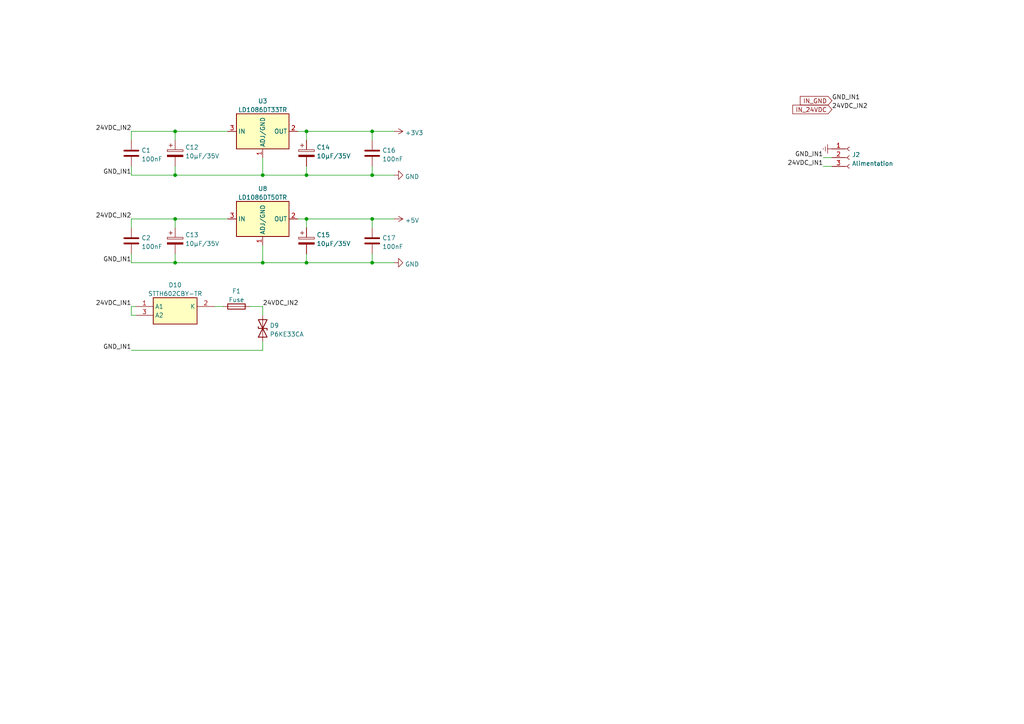
<source format=kicad_sch>
(kicad_sch (version 20230121) (generator eeschema)

  (uuid cdc133d2-9589-469f-a3b6-27a00841ecd3)

  (paper "A4")

  (lib_symbols
    (symbol "Added:STTH602CBY-TR" (in_bom yes) (on_board yes)
      (property "Reference" "D" (at 0 0 0)
        (effects (font (size 1.27 1.27)))
      )
      (property "Value" "STTH602CBY-TR" (at 0 0 0)
        (effects (font (size 1.27 1.27)))
      )
      (property "Footprint" "Added:STTH602CBYTR" (at 0 0 0)
        (effects (font (size 1.27 1.27)) hide)
      )
      (property "Datasheet" "https://www.st.com/resource/en/datasheet/stth602c-y.pdf" (at 0 0 0)
        (effects (font (size 1.27 1.27)) hide)
      )
      (property "Mouser Part Number" "511-STTH602CBY-TR" (at 19.05 -494.92 0)
        (effects (font (size 1.27 1.27)) (justify left top) hide)
      )
      (property "Mouser Price/Stock" "https://www.mouser.co.uk/ProductDetail/STMicroelectronics/STTH602CBY-TR?qs=xYt8xtm2zhmOuwTY4MAcZQ%3D%3D" (at 19.05 -594.92 0)
        (effects (font (size 1.27 1.27)) (justify left top) hide)
      )
      (property "Manufacturer_Name" "STMicroelectronics" (at 19.05 -694.92 0)
        (effects (font (size 1.27 1.27)) (justify left top) hide)
      )
      (property "Manufacturer_Part_Number" "STTH602CBY-TR" (at 19.05 -794.92 0)
        (effects (font (size 1.27 1.27)) (justify left top) hide)
      )
      (property "ki_description" "Automotive 200 V, 6 A dual Ultrafast Diode" (at 0 0 0)
        (effects (font (size 1.27 1.27)) hide)
      )
      (symbol "STTH602CBY-TR_1_1"
        (rectangle (start 5.08 2.54) (end 17.78 -5.08)
          (stroke (width 0.254) (type default))
          (fill (type background))
        )
        (pin passive line (at 0 0 0) (length 5.08)
          (name "A1" (effects (font (size 1.27 1.27))))
          (number "1" (effects (font (size 1.27 1.27))))
        )
        (pin passive line (at 22.86 0 180) (length 5.08)
          (name "K" (effects (font (size 1.27 1.27))))
          (number "2" (effects (font (size 1.27 1.27))))
        )
        (pin passive line (at 0 -2.54 0) (length 5.08)
          (name "A2" (effects (font (size 1.27 1.27))))
          (number "3" (effects (font (size 1.27 1.27))))
        )
      )
    )
    (symbol "Connector:Conn_01x03_Female" (pin_names (offset 1.016) hide) (in_bom yes) (on_board yes)
      (property "Reference" "J" (at 0 5.08 0)
        (effects (font (size 1.27 1.27)))
      )
      (property "Value" "Conn_01x03_Female" (at 0 -5.08 0)
        (effects (font (size 1.27 1.27)))
      )
      (property "Footprint" "" (at 0 0 0)
        (effects (font (size 1.27 1.27)) hide)
      )
      (property "Datasheet" "~" (at 0 0 0)
        (effects (font (size 1.27 1.27)) hide)
      )
      (property "ki_keywords" "connector" (at 0 0 0)
        (effects (font (size 1.27 1.27)) hide)
      )
      (property "ki_description" "Generic connector, single row, 01x03, script generated (kicad-library-utils/schlib/autogen/connector/)" (at 0 0 0)
        (effects (font (size 1.27 1.27)) hide)
      )
      (property "ki_fp_filters" "Connector*:*_1x??_*" (at 0 0 0)
        (effects (font (size 1.27 1.27)) hide)
      )
      (symbol "Conn_01x03_Female_1_1"
        (arc (start 0 -2.032) (mid -0.5058 -2.54) (end 0 -3.048)
          (stroke (width 0.1524) (type default))
          (fill (type none))
        )
        (polyline
          (pts
            (xy -1.27 -2.54)
            (xy -0.508 -2.54)
          )
          (stroke (width 0.1524) (type default))
          (fill (type none))
        )
        (polyline
          (pts
            (xy -1.27 0)
            (xy -0.508 0)
          )
          (stroke (width 0.1524) (type default))
          (fill (type none))
        )
        (polyline
          (pts
            (xy -1.27 2.54)
            (xy -0.508 2.54)
          )
          (stroke (width 0.1524) (type default))
          (fill (type none))
        )
        (arc (start 0 0.508) (mid -0.5058 0) (end 0 -0.508)
          (stroke (width 0.1524) (type default))
          (fill (type none))
        )
        (arc (start 0 3.048) (mid -0.5058 2.54) (end 0 2.032)
          (stroke (width 0.1524) (type default))
          (fill (type none))
        )
        (pin passive line (at -5.08 2.54 0) (length 3.81)
          (name "Pin_1" (effects (font (size 1.27 1.27))))
          (number "1" (effects (font (size 1.27 1.27))))
        )
        (pin passive line (at -5.08 0 0) (length 3.81)
          (name "Pin_2" (effects (font (size 1.27 1.27))))
          (number "2" (effects (font (size 1.27 1.27))))
        )
        (pin passive line (at -5.08 -2.54 0) (length 3.81)
          (name "Pin_3" (effects (font (size 1.27 1.27))))
          (number "3" (effects (font (size 1.27 1.27))))
        )
      )
    )
    (symbol "Device:C" (pin_numbers hide) (pin_names (offset 0.254)) (in_bom yes) (on_board yes)
      (property "Reference" "C" (at 0.635 2.54 0)
        (effects (font (size 1.27 1.27)) (justify left))
      )
      (property "Value" "C" (at 0.635 -2.54 0)
        (effects (font (size 1.27 1.27)) (justify left))
      )
      (property "Footprint" "" (at 0.9652 -3.81 0)
        (effects (font (size 1.27 1.27)) hide)
      )
      (property "Datasheet" "~" (at 0 0 0)
        (effects (font (size 1.27 1.27)) hide)
      )
      (property "ki_keywords" "cap capacitor" (at 0 0 0)
        (effects (font (size 1.27 1.27)) hide)
      )
      (property "ki_description" "Unpolarized capacitor" (at 0 0 0)
        (effects (font (size 1.27 1.27)) hide)
      )
      (property "ki_fp_filters" "C_*" (at 0 0 0)
        (effects (font (size 1.27 1.27)) hide)
      )
      (symbol "C_0_1"
        (polyline
          (pts
            (xy -2.032 -0.762)
            (xy 2.032 -0.762)
          )
          (stroke (width 0.508) (type default))
          (fill (type none))
        )
        (polyline
          (pts
            (xy -2.032 0.762)
            (xy 2.032 0.762)
          )
          (stroke (width 0.508) (type default))
          (fill (type none))
        )
      )
      (symbol "C_1_1"
        (pin passive line (at 0 3.81 270) (length 2.794)
          (name "~" (effects (font (size 1.27 1.27))))
          (number "1" (effects (font (size 1.27 1.27))))
        )
        (pin passive line (at 0 -3.81 90) (length 2.794)
          (name "~" (effects (font (size 1.27 1.27))))
          (number "2" (effects (font (size 1.27 1.27))))
        )
      )
    )
    (symbol "Device:C_Polarized" (pin_numbers hide) (pin_names (offset 0.254)) (in_bom yes) (on_board yes)
      (property "Reference" "C" (at 0.635 2.54 0)
        (effects (font (size 1.27 1.27)) (justify left))
      )
      (property "Value" "C_Polarized" (at 0.635 -2.54 0)
        (effects (font (size 1.27 1.27)) (justify left))
      )
      (property "Footprint" "" (at 0.9652 -3.81 0)
        (effects (font (size 1.27 1.27)) hide)
      )
      (property "Datasheet" "~" (at 0 0 0)
        (effects (font (size 1.27 1.27)) hide)
      )
      (property "ki_keywords" "cap capacitor" (at 0 0 0)
        (effects (font (size 1.27 1.27)) hide)
      )
      (property "ki_description" "Polarized capacitor" (at 0 0 0)
        (effects (font (size 1.27 1.27)) hide)
      )
      (property "ki_fp_filters" "CP_*" (at 0 0 0)
        (effects (font (size 1.27 1.27)) hide)
      )
      (symbol "C_Polarized_0_1"
        (rectangle (start -2.286 0.508) (end 2.286 1.016)
          (stroke (width 0) (type default))
          (fill (type none))
        )
        (polyline
          (pts
            (xy -1.778 2.286)
            (xy -0.762 2.286)
          )
          (stroke (width 0) (type default))
          (fill (type none))
        )
        (polyline
          (pts
            (xy -1.27 2.794)
            (xy -1.27 1.778)
          )
          (stroke (width 0) (type default))
          (fill (type none))
        )
        (rectangle (start 2.286 -0.508) (end -2.286 -1.016)
          (stroke (width 0) (type default))
          (fill (type outline))
        )
      )
      (symbol "C_Polarized_1_1"
        (pin passive line (at 0 3.81 270) (length 2.794)
          (name "~" (effects (font (size 1.27 1.27))))
          (number "1" (effects (font (size 1.27 1.27))))
        )
        (pin passive line (at 0 -3.81 90) (length 2.794)
          (name "~" (effects (font (size 1.27 1.27))))
          (number "2" (effects (font (size 1.27 1.27))))
        )
      )
    )
    (symbol "Device:D_TVS" (pin_numbers hide) (pin_names (offset 1.016) hide) (in_bom yes) (on_board yes)
      (property "Reference" "D" (at 0 2.54 0)
        (effects (font (size 1.27 1.27)))
      )
      (property "Value" "D_TVS" (at 0 -2.54 0)
        (effects (font (size 1.27 1.27)))
      )
      (property "Footprint" "" (at 0 0 0)
        (effects (font (size 1.27 1.27)) hide)
      )
      (property "Datasheet" "~" (at 0 0 0)
        (effects (font (size 1.27 1.27)) hide)
      )
      (property "ki_keywords" "diode TVS thyrector" (at 0 0 0)
        (effects (font (size 1.27 1.27)) hide)
      )
      (property "ki_description" "Bidirectional transient-voltage-suppression diode" (at 0 0 0)
        (effects (font (size 1.27 1.27)) hide)
      )
      (property "ki_fp_filters" "TO-???* *_Diode_* *SingleDiode* D_*" (at 0 0 0)
        (effects (font (size 1.27 1.27)) hide)
      )
      (symbol "D_TVS_0_1"
        (polyline
          (pts
            (xy 1.27 0)
            (xy -1.27 0)
          )
          (stroke (width 0) (type default))
          (fill (type none))
        )
        (polyline
          (pts
            (xy 0.508 1.27)
            (xy 0 1.27)
            (xy 0 -1.27)
            (xy -0.508 -1.27)
          )
          (stroke (width 0.254) (type default))
          (fill (type none))
        )
        (polyline
          (pts
            (xy -2.54 1.27)
            (xy -2.54 -1.27)
            (xy 2.54 1.27)
            (xy 2.54 -1.27)
            (xy -2.54 1.27)
          )
          (stroke (width 0.254) (type default))
          (fill (type none))
        )
      )
      (symbol "D_TVS_1_1"
        (pin passive line (at -3.81 0 0) (length 2.54)
          (name "A1" (effects (font (size 1.27 1.27))))
          (number "1" (effects (font (size 1.27 1.27))))
        )
        (pin passive line (at 3.81 0 180) (length 2.54)
          (name "A2" (effects (font (size 1.27 1.27))))
          (number "2" (effects (font (size 1.27 1.27))))
        )
      )
    )
    (symbol "Device:Fuse" (pin_numbers hide) (pin_names (offset 0)) (in_bom yes) (on_board yes)
      (property "Reference" "F" (at 2.032 0 90)
        (effects (font (size 1.27 1.27)))
      )
      (property "Value" "Fuse" (at -1.905 0 90)
        (effects (font (size 1.27 1.27)))
      )
      (property "Footprint" "" (at -1.778 0 90)
        (effects (font (size 1.27 1.27)) hide)
      )
      (property "Datasheet" "~" (at 0 0 0)
        (effects (font (size 1.27 1.27)) hide)
      )
      (property "ki_keywords" "fuse" (at 0 0 0)
        (effects (font (size 1.27 1.27)) hide)
      )
      (property "ki_description" "Fuse" (at 0 0 0)
        (effects (font (size 1.27 1.27)) hide)
      )
      (property "ki_fp_filters" "*Fuse*" (at 0 0 0)
        (effects (font (size 1.27 1.27)) hide)
      )
      (symbol "Fuse_0_1"
        (rectangle (start -0.762 -2.54) (end 0.762 2.54)
          (stroke (width 0.254) (type default))
          (fill (type none))
        )
        (polyline
          (pts
            (xy 0 2.54)
            (xy 0 -2.54)
          )
          (stroke (width 0) (type default))
          (fill (type none))
        )
      )
      (symbol "Fuse_1_1"
        (pin passive line (at 0 3.81 270) (length 1.27)
          (name "~" (effects (font (size 1.27 1.27))))
          (number "1" (effects (font (size 1.27 1.27))))
        )
        (pin passive line (at 0 -3.81 90) (length 1.27)
          (name "~" (effects (font (size 1.27 1.27))))
          (number "2" (effects (font (size 1.27 1.27))))
        )
      )
    )
    (symbol "Regulator_Linear:LD1086DT33TR" (in_bom yes) (on_board yes)
      (property "Reference" "U" (at 0 10.16 0)
        (effects (font (size 1.27 1.27)))
      )
      (property "Value" "LD1086DT33TR" (at 0 7.62 0)
        (effects (font (size 1.27 1.27)))
      )
      (property "Footprint" "Package_TO_SOT_SMD:TO-252-2" (at 0 12.7 0)
        (effects (font (size 1.27 1.27)) hide)
      )
      (property "Datasheet" "https://www.st.com/resource/en/datasheet/ld1086.pdf" (at 0 12.7 0)
        (effects (font (size 1.27 1.27)) hide)
      )
      (property "ki_keywords" "Linear Regulator 1.5A Fixed Output" (at 0 0 0)
        (effects (font (size 1.27 1.27)) hide)
      )
      (property "ki_description" "Positive, 1.5A 30V, Linear Regulator, Fixed Output 3.3V, TO-252" (at 0 0 0)
        (effects (font (size 1.27 1.27)) hide)
      )
      (property "ki_fp_filters" "TO?252?2*" (at 0 0 0)
        (effects (font (size 1.27 1.27)) hide)
      )
      (symbol "LD1086DT33TR_1_1"
        (rectangle (start -7.62 -5.08) (end 7.62 5.08)
          (stroke (width 0.254) (type default))
          (fill (type background))
        )
        (pin input line (at 0 -7.62 90) (length 2.54)
          (name "ADJ/GND" (effects (font (size 1.27 1.27))))
          (number "1" (effects (font (size 1.27 1.27))))
        )
        (pin power_out line (at 10.16 0 180) (length 2.54)
          (name "OUT" (effects (font (size 1.27 1.27))))
          (number "2" (effects (font (size 1.27 1.27))))
        )
        (pin power_in line (at -10.16 0 0) (length 2.54)
          (name "IN" (effects (font (size 1.27 1.27))))
          (number "3" (effects (font (size 1.27 1.27))))
        )
      )
    )
    (symbol "Regulator_Linear:LD1086DT50TR" (in_bom yes) (on_board yes)
      (property "Reference" "U" (at 0 10.16 0)
        (effects (font (size 1.27 1.27)))
      )
      (property "Value" "LD1086DT50TR" (at 0 7.62 0)
        (effects (font (size 1.27 1.27)))
      )
      (property "Footprint" "Package_TO_SOT_SMD:TO-252-2" (at 0 12.7 0)
        (effects (font (size 1.27 1.27)) hide)
      )
      (property "Datasheet" "https://www.st.com/resource/en/datasheet/ld1086.pdf" (at 0 12.7 0)
        (effects (font (size 1.27 1.27)) hide)
      )
      (property "ki_keywords" "Linear Regulator 1.5A Fixed Output" (at 0 0 0)
        (effects (font (size 1.27 1.27)) hide)
      )
      (property "ki_description" "Positive, 1.5A 30V, Linear Regulator, Fixed Output 5V, TO-252" (at 0 0 0)
        (effects (font (size 1.27 1.27)) hide)
      )
      (property "ki_fp_filters" "TO?252?2*" (at 0 0 0)
        (effects (font (size 1.27 1.27)) hide)
      )
      (symbol "LD1086DT50TR_1_1"
        (rectangle (start -7.62 -5.08) (end 7.62 5.08)
          (stroke (width 0.254) (type default))
          (fill (type background))
        )
        (pin input line (at 0 -7.62 90) (length 2.54)
          (name "ADJ/GND" (effects (font (size 1.27 1.27))))
          (number "1" (effects (font (size 1.27 1.27))))
        )
        (pin power_out line (at 10.16 0 180) (length 2.54)
          (name "OUT" (effects (font (size 1.27 1.27))))
          (number "2" (effects (font (size 1.27 1.27))))
        )
        (pin power_in line (at -10.16 0 0) (length 2.54)
          (name "IN" (effects (font (size 1.27 1.27))))
          (number "3" (effects (font (size 1.27 1.27))))
        )
      )
    )
    (symbol "power:+3.3V" (power) (pin_names (offset 0)) (in_bom yes) (on_board yes)
      (property "Reference" "#PWR" (at 0 -3.81 0)
        (effects (font (size 1.27 1.27)) hide)
      )
      (property "Value" "+3.3V" (at 0 3.556 0)
        (effects (font (size 1.27 1.27)))
      )
      (property "Footprint" "" (at 0 0 0)
        (effects (font (size 1.27 1.27)) hide)
      )
      (property "Datasheet" "" (at 0 0 0)
        (effects (font (size 1.27 1.27)) hide)
      )
      (property "ki_keywords" "power-flag" (at 0 0 0)
        (effects (font (size 1.27 1.27)) hide)
      )
      (property "ki_description" "Power symbol creates a global label with name \"+3.3V\"" (at 0 0 0)
        (effects (font (size 1.27 1.27)) hide)
      )
      (symbol "+3.3V_0_1"
        (polyline
          (pts
            (xy -0.762 1.27)
            (xy 0 2.54)
          )
          (stroke (width 0) (type default))
          (fill (type none))
        )
        (polyline
          (pts
            (xy 0 0)
            (xy 0 2.54)
          )
          (stroke (width 0) (type default))
          (fill (type none))
        )
        (polyline
          (pts
            (xy 0 2.54)
            (xy 0.762 1.27)
          )
          (stroke (width 0) (type default))
          (fill (type none))
        )
      )
      (symbol "+3.3V_1_1"
        (pin power_in line (at 0 0 90) (length 0) hide
          (name "+3V3" (effects (font (size 1.27 1.27))))
          (number "1" (effects (font (size 1.27 1.27))))
        )
      )
    )
    (symbol "power:+5V" (power) (pin_names (offset 0)) (in_bom yes) (on_board yes)
      (property "Reference" "#PWR" (at 0 -3.81 0)
        (effects (font (size 1.27 1.27)) hide)
      )
      (property "Value" "+5V" (at 0 3.556 0)
        (effects (font (size 1.27 1.27)))
      )
      (property "Footprint" "" (at 0 0 0)
        (effects (font (size 1.27 1.27)) hide)
      )
      (property "Datasheet" "" (at 0 0 0)
        (effects (font (size 1.27 1.27)) hide)
      )
      (property "ki_keywords" "power-flag" (at 0 0 0)
        (effects (font (size 1.27 1.27)) hide)
      )
      (property "ki_description" "Power symbol creates a global label with name \"+5V\"" (at 0 0 0)
        (effects (font (size 1.27 1.27)) hide)
      )
      (symbol "+5V_0_1"
        (polyline
          (pts
            (xy -0.762 1.27)
            (xy 0 2.54)
          )
          (stroke (width 0) (type default))
          (fill (type none))
        )
        (polyline
          (pts
            (xy 0 0)
            (xy 0 2.54)
          )
          (stroke (width 0) (type default))
          (fill (type none))
        )
        (polyline
          (pts
            (xy 0 2.54)
            (xy 0.762 1.27)
          )
          (stroke (width 0) (type default))
          (fill (type none))
        )
      )
      (symbol "+5V_1_1"
        (pin power_in line (at 0 0 90) (length 0) hide
          (name "+5V" (effects (font (size 1.27 1.27))))
          (number "1" (effects (font (size 1.27 1.27))))
        )
      )
    )
    (symbol "power:Earth" (power) (pin_names (offset 0)) (in_bom yes) (on_board yes)
      (property "Reference" "#PWR" (at 0 -6.35 0)
        (effects (font (size 1.27 1.27)) hide)
      )
      (property "Value" "Earth" (at 0 -3.81 0)
        (effects (font (size 1.27 1.27)) hide)
      )
      (property "Footprint" "" (at 0 0 0)
        (effects (font (size 1.27 1.27)) hide)
      )
      (property "Datasheet" "~" (at 0 0 0)
        (effects (font (size 1.27 1.27)) hide)
      )
      (property "ki_keywords" "power-flag ground gnd" (at 0 0 0)
        (effects (font (size 1.27 1.27)) hide)
      )
      (property "ki_description" "Power symbol creates a global label with name \"Earth\"" (at 0 0 0)
        (effects (font (size 1.27 1.27)) hide)
      )
      (symbol "Earth_0_1"
        (polyline
          (pts
            (xy -0.635 -1.905)
            (xy 0.635 -1.905)
          )
          (stroke (width 0) (type default))
          (fill (type none))
        )
        (polyline
          (pts
            (xy -0.127 -2.54)
            (xy 0.127 -2.54)
          )
          (stroke (width 0) (type default))
          (fill (type none))
        )
        (polyline
          (pts
            (xy 0 -1.27)
            (xy 0 0)
          )
          (stroke (width 0) (type default))
          (fill (type none))
        )
        (polyline
          (pts
            (xy 1.27 -1.27)
            (xy -1.27 -1.27)
          )
          (stroke (width 0) (type default))
          (fill (type none))
        )
      )
      (symbol "Earth_1_1"
        (pin power_in line (at 0 0 270) (length 0) hide
          (name "Earth" (effects (font (size 1.27 1.27))))
          (number "1" (effects (font (size 1.27 1.27))))
        )
      )
    )
    (symbol "power:GND" (power) (pin_names (offset 0)) (in_bom yes) (on_board yes)
      (property "Reference" "#PWR" (at 0 -6.35 0)
        (effects (font (size 1.27 1.27)) hide)
      )
      (property "Value" "GND" (at 0 -3.81 0)
        (effects (font (size 1.27 1.27)))
      )
      (property "Footprint" "" (at 0 0 0)
        (effects (font (size 1.27 1.27)) hide)
      )
      (property "Datasheet" "" (at 0 0 0)
        (effects (font (size 1.27 1.27)) hide)
      )
      (property "ki_keywords" "power-flag" (at 0 0 0)
        (effects (font (size 1.27 1.27)) hide)
      )
      (property "ki_description" "Power symbol creates a global label with name \"GND\" , ground" (at 0 0 0)
        (effects (font (size 1.27 1.27)) hide)
      )
      (symbol "GND_0_1"
        (polyline
          (pts
            (xy 0 0)
            (xy 0 -1.27)
            (xy 1.27 -1.27)
            (xy 0 -2.54)
            (xy -1.27 -1.27)
            (xy 0 -1.27)
          )
          (stroke (width 0) (type default))
          (fill (type none))
        )
      )
      (symbol "GND_1_1"
        (pin power_in line (at 0 0 270) (length 0) hide
          (name "GND" (effects (font (size 1.27 1.27))))
          (number "1" (effects (font (size 1.27 1.27))))
        )
      )
    )
  )

  (junction (at 107.95 63.5) (diameter 0) (color 0 0 0 0)
    (uuid 1d5f978a-d2b0-4491-acd3-4b882d4a44ba)
  )
  (junction (at 50.8 76.2) (diameter 0) (color 0 0 0 0)
    (uuid 3a884f31-a60f-4b31-ab8d-b66ca7b27c8e)
  )
  (junction (at 107.95 76.2) (diameter 0) (color 0 0 0 0)
    (uuid 41fecbeb-5bf8-46b7-bd08-f3c6784cca37)
  )
  (junction (at 50.8 38.1) (diameter 0) (color 0 0 0 0)
    (uuid 59a7e1f9-b5ec-476b-b17c-8648fa3af29f)
  )
  (junction (at 76.2 76.2) (diameter 0) (color 0 0 0 0)
    (uuid 655a868a-655f-48fb-a9da-29ae13315775)
  )
  (junction (at 88.9 38.1) (diameter 0) (color 0 0 0 0)
    (uuid 72955ada-2335-40ca-b44b-ccf05eb06cb1)
  )
  (junction (at 88.9 63.5) (diameter 0) (color 0 0 0 0)
    (uuid 8c67b992-073d-4129-9772-da5506629116)
  )
  (junction (at 88.9 50.8) (diameter 0) (color 0 0 0 0)
    (uuid 981cd30f-033f-4e45-b052-2c058289b187)
  )
  (junction (at 76.2 50.8) (diameter 0) (color 0 0 0 0)
    (uuid a50d255b-7baf-4893-a91b-e58c8d7b484c)
  )
  (junction (at 50.8 50.8) (diameter 0) (color 0 0 0 0)
    (uuid b101a324-fb4e-4439-b319-4518a35fb2e3)
  )
  (junction (at 107.95 50.8) (diameter 0) (color 0 0 0 0)
    (uuid b54ec0d8-e8c9-41bd-b861-2d7f6c719a5a)
  )
  (junction (at 88.9 76.2) (diameter 0) (color 0 0 0 0)
    (uuid beab765e-92ec-4dee-b204-71cde2e2a695)
  )
  (junction (at 107.95 38.1) (diameter 0) (color 0 0 0 0)
    (uuid ca45fc8d-eba6-451c-b0ed-dbfa717fc5ad)
  )
  (junction (at 50.8 63.5) (diameter 0) (color 0 0 0 0)
    (uuid d1fdb45a-1779-43cb-9132-0aacc24580f7)
  )

  (wire (pts (xy 50.8 73.66) (xy 50.8 76.2))
    (stroke (width 0) (type default))
    (uuid 009d33e3-5e4b-491b-90a2-45f4420bbcad)
  )
  (wire (pts (xy 107.95 63.5) (xy 107.95 66.04))
    (stroke (width 0) (type default))
    (uuid 048feccf-0978-466b-996c-b1728c66b31f)
  )
  (wire (pts (xy 238.76 45.72) (xy 241.3 45.72))
    (stroke (width 0) (type default))
    (uuid 05b62e1c-dba9-45c5-92c1-bf5a9ffc48e6)
  )
  (wire (pts (xy 107.95 50.8) (xy 114.3 50.8))
    (stroke (width 0) (type default))
    (uuid 0d427613-c069-4747-a8cd-f10c2cf98a6b)
  )
  (wire (pts (xy 50.8 50.8) (xy 76.2 50.8))
    (stroke (width 0) (type default))
    (uuid 0e295857-d7f1-4dd2-b373-fe10849f3334)
  )
  (wire (pts (xy 88.9 38.1) (xy 88.9 40.64))
    (stroke (width 0) (type default))
    (uuid 14363373-0c93-4fed-9c8b-e516d8c7eed3)
  )
  (wire (pts (xy 38.1 73.66) (xy 38.1 76.2))
    (stroke (width 0) (type default))
    (uuid 19a25ade-2b7b-42c7-9979-c6938eb46fef)
  )
  (wire (pts (xy 38.1 38.1) (xy 50.8 38.1))
    (stroke (width 0) (type default))
    (uuid 1cd1cabb-09dd-4382-b445-c7bf664ba190)
  )
  (wire (pts (xy 38.1 88.9) (xy 39.37 88.9))
    (stroke (width 0) (type default))
    (uuid 1f0d38f9-8b2a-4658-aaa4-be907b642a4d)
  )
  (wire (pts (xy 88.9 63.5) (xy 107.95 63.5))
    (stroke (width 0) (type default))
    (uuid 3079f9c1-f105-4bc7-9bf2-ebc17735f0ee)
  )
  (wire (pts (xy 86.36 38.1) (xy 88.9 38.1))
    (stroke (width 0) (type default))
    (uuid 31e3a2c1-7a46-4577-8f1a-541dbea1d2a4)
  )
  (wire (pts (xy 107.95 38.1) (xy 114.3 38.1))
    (stroke (width 0) (type default))
    (uuid 3420c7e9-98d8-40d7-9c17-74607aa40143)
  )
  (wire (pts (xy 88.9 76.2) (xy 88.9 73.66))
    (stroke (width 0) (type default))
    (uuid 35e17bdb-4656-42b0-9d7e-e02cef541ad2)
  )
  (wire (pts (xy 88.9 50.8) (xy 107.95 50.8))
    (stroke (width 0) (type default))
    (uuid 364677b0-ad61-4f3a-8573-bf3b983db034)
  )
  (wire (pts (xy 38.1 91.44) (xy 38.1 88.9))
    (stroke (width 0) (type default))
    (uuid 3731babd-548e-4285-99d0-7d3be1e416f5)
  )
  (wire (pts (xy 88.9 63.5) (xy 88.9 66.04))
    (stroke (width 0) (type default))
    (uuid 3aac718a-8191-430a-810b-f27328b91b0f)
  )
  (wire (pts (xy 50.8 38.1) (xy 50.8 40.64))
    (stroke (width 0) (type default))
    (uuid 3ae94d5b-dfc4-44ec-97e7-bab5f3e88149)
  )
  (wire (pts (xy 38.1 48.26) (xy 38.1 50.8))
    (stroke (width 0) (type default))
    (uuid 3d92646b-e1e8-4161-af50-d82296568900)
  )
  (wire (pts (xy 50.8 48.26) (xy 50.8 50.8))
    (stroke (width 0) (type default))
    (uuid 3f2944e1-3813-4a9a-ae4c-b933b15519b6)
  )
  (wire (pts (xy 76.2 76.2) (xy 88.9 76.2))
    (stroke (width 0) (type default))
    (uuid 40e2fd8d-5831-4c45-a12f-79c790a20901)
  )
  (wire (pts (xy 76.2 50.8) (xy 76.2 45.72))
    (stroke (width 0) (type default))
    (uuid 4200e961-83a9-4411-ad2c-4f39ac07dc1a)
  )
  (wire (pts (xy 50.8 38.1) (xy 66.04 38.1))
    (stroke (width 0) (type default))
    (uuid 5241787f-c5a9-46e4-93bc-f96550ec94a4)
  )
  (wire (pts (xy 38.1 63.5) (xy 50.8 63.5))
    (stroke (width 0) (type default))
    (uuid 55181e64-80b9-4dee-a15b-3282e1e1622c)
  )
  (wire (pts (xy 107.95 76.2) (xy 114.3 76.2))
    (stroke (width 0) (type default))
    (uuid 5e216953-b001-4f62-8b63-6922abd614f9)
  )
  (wire (pts (xy 107.95 38.1) (xy 107.95 40.64))
    (stroke (width 0) (type default))
    (uuid 616e1c4c-da84-428d-afd7-6e5ef2f9910b)
  )
  (wire (pts (xy 38.1 38.1) (xy 38.1 40.64))
    (stroke (width 0) (type default))
    (uuid 6de50bd8-c704-4798-8126-3fb6965079af)
  )
  (wire (pts (xy 86.36 63.5) (xy 88.9 63.5))
    (stroke (width 0) (type default))
    (uuid 7148551f-216e-4466-8e27-d403aab4ebd4)
  )
  (wire (pts (xy 38.1 50.8) (xy 50.8 50.8))
    (stroke (width 0) (type default))
    (uuid 822bacb7-232d-46b4-862f-b2dd917caf60)
  )
  (wire (pts (xy 50.8 63.5) (xy 66.04 63.5))
    (stroke (width 0) (type default))
    (uuid 83e5de1c-9bd7-45c1-9156-ed217c9596a7)
  )
  (wire (pts (xy 39.37 91.44) (xy 38.1 91.44))
    (stroke (width 0) (type default))
    (uuid 88089dcb-bf1d-40da-bac4-859a701e68b1)
  )
  (wire (pts (xy 76.2 91.44) (xy 76.2 88.9))
    (stroke (width 0) (type default))
    (uuid 8cd2d1d9-4956-43e8-a2b2-51a778022db3)
  )
  (wire (pts (xy 88.9 76.2) (xy 107.95 76.2))
    (stroke (width 0) (type default))
    (uuid 8fc9f1e0-1362-4014-81df-d8722b717aab)
  )
  (wire (pts (xy 107.95 73.66) (xy 107.95 76.2))
    (stroke (width 0) (type default))
    (uuid 928a3459-0fd7-444c-bffc-e4771533b67e)
  )
  (wire (pts (xy 38.1 76.2) (xy 50.8 76.2))
    (stroke (width 0) (type default))
    (uuid 968b7558-63fa-4a69-b8a5-ae6060c1ee88)
  )
  (wire (pts (xy 62.23 88.9) (xy 64.77 88.9))
    (stroke (width 0) (type default))
    (uuid a53db133-6d2a-4142-a973-aff5612dc50f)
  )
  (wire (pts (xy 38.1 101.6) (xy 76.2 101.6))
    (stroke (width 0) (type default))
    (uuid a71ea987-6a8b-450d-aabb-c7b1b531af4d)
  )
  (wire (pts (xy 50.8 63.5) (xy 50.8 66.04))
    (stroke (width 0) (type default))
    (uuid b2ab6860-2d6b-4b9b-9a27-fdd6cf907bec)
  )
  (wire (pts (xy 238.76 48.26) (xy 241.3 48.26))
    (stroke (width 0) (type default))
    (uuid b6afe14d-4744-463c-82d4-5491d63b2bc0)
  )
  (wire (pts (xy 76.2 76.2) (xy 76.2 71.12))
    (stroke (width 0) (type default))
    (uuid c0609d6d-7959-4da1-9bbd-dccb8509dcd8)
  )
  (wire (pts (xy 72.39 88.9) (xy 76.2 88.9))
    (stroke (width 0) (type default))
    (uuid c0a34ce9-f029-47e9-8550-8459a64e864f)
  )
  (wire (pts (xy 88.9 50.8) (xy 88.9 48.26))
    (stroke (width 0) (type default))
    (uuid c5cac56a-6a95-47ca-8066-21be667cbc0e)
  )
  (wire (pts (xy 76.2 99.06) (xy 76.2 101.6))
    (stroke (width 0) (type default))
    (uuid c9cdcd44-1be8-4b60-a529-75c7b5369ca1)
  )
  (wire (pts (xy 76.2 50.8) (xy 88.9 50.8))
    (stroke (width 0) (type default))
    (uuid cf6c14fe-f1fb-4372-a879-e351c2d154f2)
  )
  (wire (pts (xy 107.95 63.5) (xy 114.3 63.5))
    (stroke (width 0) (type default))
    (uuid d37b5cda-ae8e-47ab-8fdb-f3c3aa739a85)
  )
  (wire (pts (xy 50.8 76.2) (xy 76.2 76.2))
    (stroke (width 0) (type default))
    (uuid e98e8916-5bd6-4545-8489-6932e81aedeb)
  )
  (wire (pts (xy 38.1 63.5) (xy 38.1 66.04))
    (stroke (width 0) (type default))
    (uuid f4f4011e-9128-46df-a7ad-3c603b94902e)
  )
  (wire (pts (xy 88.9 38.1) (xy 107.95 38.1))
    (stroke (width 0) (type default))
    (uuid f75b2ae6-f5b6-4ac1-981d-2517a5fe93c1)
  )
  (wire (pts (xy 107.95 48.26) (xy 107.95 50.8))
    (stroke (width 0) (type default))
    (uuid fa5f978a-1cec-49d2-8c9d-91edc959b0c0)
  )

  (label "24VDC_IN2" (at 38.1 38.1 180) (fields_autoplaced)
    (effects (font (size 1.27 1.27)) (justify right bottom))
    (uuid 0bcd1a57-36bf-4d7c-895d-2858f802762d)
  )
  (label "24VDC_IN2" (at 38.1 63.5 180) (fields_autoplaced)
    (effects (font (size 1.27 1.27)) (justify right bottom))
    (uuid 18d9103a-9209-4365-b581-da524a0bf085)
  )
  (label "GND_IN1" (at 38.1 101.6 180) (fields_autoplaced)
    (effects (font (size 1.27 1.27)) (justify right bottom))
    (uuid 6b361a1f-6cce-4d4b-8ec7-6dc0f33f21f7)
  )
  (label "24VDC_IN1" (at 38.1 88.9 180) (fields_autoplaced)
    (effects (font (size 1.27 1.27)) (justify right bottom))
    (uuid 867a2b59-5991-4e48-98a4-775e3b5e5eb2)
  )
  (label "24VDC_IN2" (at 76.2 88.9 0) (fields_autoplaced)
    (effects (font (size 1.27 1.27)) (justify left bottom))
    (uuid 86e29b82-ecf8-4a04-b4a9-18de04420349)
  )
  (label "24VDC_IN1" (at 238.76 48.26 180) (fields_autoplaced)
    (effects (font (size 1.27 1.27)) (justify right bottom))
    (uuid 8b14e298-0b27-4a01-9981-1b743c000ef8)
  )
  (label "24VDC_IN2" (at 241.3 31.75 0) (fields_autoplaced)
    (effects (font (size 1.27 1.27)) (justify left bottom))
    (uuid 992b96c7-837f-4d1a-a342-ee7d86f048ee)
  )
  (label "GND_IN1" (at 38.1 50.8 180) (fields_autoplaced)
    (effects (font (size 1.27 1.27)) (justify right bottom))
    (uuid bd0a9c38-d755-4f69-b3b3-541bc34c7ee5)
  )
  (label "GND_IN1" (at 238.76 45.72 180) (fields_autoplaced)
    (effects (font (size 1.27 1.27)) (justify right bottom))
    (uuid f1e2fc7e-a97a-4d0d-847c-8f0cf4ec8c9d)
  )
  (label "GND_IN1" (at 241.3 29.21 0) (fields_autoplaced)
    (effects (font (size 1.27 1.27)) (justify left bottom))
    (uuid f7634f4f-21d3-4368-8661-a21ef62f2357)
  )
  (label "GND_IN1" (at 38.1 76.2 180) (fields_autoplaced)
    (effects (font (size 1.27 1.27)) (justify right bottom))
    (uuid fc4a0f2a-119a-4ac0-947b-5c5b1742cb31)
  )

  (global_label "IN_24VDC" (shape input) (at 241.3 31.75 180) (fields_autoplaced)
    (effects (font (size 1.27 1.27)) (justify right))
    (uuid 1f017822-0c82-4dfb-bf3f-2e018f284aaa)
    (property "Intersheetrefs" "${INTERSHEET_REFS}" (at 229.9364 31.6706 0)
      (effects (font (size 1.27 1.27)) (justify right) hide)
    )
  )
  (global_label "IN_GND" (shape input) (at 241.3 29.21 180) (fields_autoplaced)
    (effects (font (size 1.27 1.27)) (justify right))
    (uuid 47487dfb-1af0-4349-bcbd-6114c8a03a8d)
    (property "Intersheetrefs" "${INTERSHEET_REFS}" (at 232.1136 29.1306 0)
      (effects (font (size 1.27 1.27)) (justify right) hide)
    )
  )

  (symbol (lib_id "Device:C") (at 38.1 44.45 0) (unit 1)
    (in_bom yes) (on_board yes) (dnp no) (fields_autoplaced)
    (uuid 13078072-af0b-4f91-9eb2-6335ff30813d)
    (property "Reference" "C1" (at 41.021 43.6153 0)
      (effects (font (size 1.27 1.27)) (justify left))
    )
    (property "Value" "100nF" (at 41.021 46.1522 0)
      (effects (font (size 1.27 1.27)) (justify left))
    )
    (property "Footprint" "Capacitor_SMD:C_1206_3216Metric_Pad1.33x1.80mm_HandSolder" (at 39.0652 48.26 0)
      (effects (font (size 1.27 1.27)) hide)
    )
    (property "Datasheet" "~" (at 38.1 44.45 0)
      (effects (font (size 1.27 1.27)) hide)
    )
    (pin "1" (uuid ab9f5ac1-145f-439c-aed6-7cf95672a41f))
    (pin "2" (uuid 3ea95c47-d0de-40da-a915-ae739b09cb71))
    (instances
      (project "Head_board_V1"
        (path "/a111090e-280b-4aae-9363-121253cfd383/c303e7d5-793c-4158-860f-25a623b1f3cb"
          (reference "C1") (unit 1)
        )
      )
    )
  )

  (symbol (lib_id "power:GND") (at 114.3 50.8 90) (unit 1)
    (in_bom yes) (on_board yes) (dnp no) (fields_autoplaced)
    (uuid 137d73d4-fd23-4186-80f0-5e48817f0200)
    (property "Reference" "#PWR0121" (at 120.65 50.8 0)
      (effects (font (size 1.27 1.27)) hide)
    )
    (property "Value" "GND" (at 117.475 51.2338 90)
      (effects (font (size 1.27 1.27)) (justify right))
    )
    (property "Footprint" "" (at 114.3 50.8 0)
      (effects (font (size 1.27 1.27)) hide)
    )
    (property "Datasheet" "" (at 114.3 50.8 0)
      (effects (font (size 1.27 1.27)) hide)
    )
    (pin "1" (uuid c273e3df-23b1-45c6-9db1-ddd792dda822))
    (instances
      (project "Head_board_V1"
        (path "/a111090e-280b-4aae-9363-121253cfd383/c303e7d5-793c-4158-860f-25a623b1f3cb"
          (reference "#PWR0121") (unit 1)
        )
      )
    )
  )

  (symbol (lib_id "Regulator_Linear:LD1086DT33TR") (at 76.2 38.1 0) (unit 1)
    (in_bom yes) (on_board yes) (dnp no) (fields_autoplaced)
    (uuid 15b5995f-32cc-4050-97b7-60693792c73c)
    (property "Reference" "U3" (at 76.2 29.3202 0)
      (effects (font (size 1.27 1.27)))
    )
    (property "Value" "LD1086DT33TR" (at 76.2 31.8571 0)
      (effects (font (size 1.27 1.27)))
    )
    (property "Footprint" "Package_TO_SOT_SMD:TO-252-2" (at 76.2 25.4 0)
      (effects (font (size 1.27 1.27)) hide)
    )
    (property "Datasheet" "https://www.st.com/resource/en/datasheet/ld1086.pdf" (at 76.2 25.4 0)
      (effects (font (size 1.27 1.27)) hide)
    )
    (pin "1" (uuid 37ec3f95-4825-401e-bc7a-b0714a925a19))
    (pin "2" (uuid 0c6a8b8a-7eec-4ff3-baa8-67c3ae4631d2))
    (pin "3" (uuid 526721f2-54ea-480b-86d5-5cfded2e6f17))
    (instances
      (project "Head_board_V1"
        (path "/a111090e-280b-4aae-9363-121253cfd383/c303e7d5-793c-4158-860f-25a623b1f3cb"
          (reference "U3") (unit 1)
        )
      )
    )
  )

  (symbol (lib_id "power:GND") (at 114.3 76.2 90) (unit 1)
    (in_bom yes) (on_board yes) (dnp no) (fields_autoplaced)
    (uuid 17a2a8ca-4415-477a-88d4-73d30d11149e)
    (property "Reference" "#PWR0123" (at 120.65 76.2 0)
      (effects (font (size 1.27 1.27)) hide)
    )
    (property "Value" "GND" (at 117.475 76.6338 90)
      (effects (font (size 1.27 1.27)) (justify right))
    )
    (property "Footprint" "" (at 114.3 76.2 0)
      (effects (font (size 1.27 1.27)) hide)
    )
    (property "Datasheet" "" (at 114.3 76.2 0)
      (effects (font (size 1.27 1.27)) hide)
    )
    (pin "1" (uuid 0448ad62-a94b-4dfd-9ecf-8e628fe89f35))
    (instances
      (project "Head_board_V1"
        (path "/a111090e-280b-4aae-9363-121253cfd383/c303e7d5-793c-4158-860f-25a623b1f3cb"
          (reference "#PWR0123") (unit 1)
        )
      )
    )
  )

  (symbol (lib_id "Device:C_Polarized") (at 50.8 44.45 0) (unit 1)
    (in_bom yes) (on_board yes) (dnp no) (fields_autoplaced)
    (uuid 372ac847-3cfb-415d-a32a-1905633e98ad)
    (property "Reference" "C12" (at 53.721 42.7263 0)
      (effects (font (size 1.27 1.27)) (justify left))
    )
    (property "Value" "10µF{slash}35V" (at 53.721 45.2632 0)
      (effects (font (size 1.27 1.27)) (justify left))
    )
    (property "Footprint" "Capacitor_Tantalum_SMD:CP_EIA-6032-15_Kemet-U_Pad2.25x2.35mm_HandSolder" (at 51.7652 48.26 0)
      (effects (font (size 1.27 1.27)) hide)
    )
    (property "Datasheet" "~" (at 50.8 44.45 0)
      (effects (font (size 1.27 1.27)) hide)
    )
    (pin "1" (uuid 73b9247a-f25b-457f-981c-1e05bb2be184))
    (pin "2" (uuid 3c20e3b5-2c17-4ccb-b41b-cb1229fff6c4))
    (instances
      (project "Head_board_V1"
        (path "/a111090e-280b-4aae-9363-121253cfd383/c303e7d5-793c-4158-860f-25a623b1f3cb"
          (reference "C12") (unit 1)
        )
      )
    )
  )

  (symbol (lib_id "Device:C") (at 107.95 69.85 0) (unit 1)
    (in_bom yes) (on_board yes) (dnp no) (fields_autoplaced)
    (uuid 3db7fd20-6ddb-4646-9502-ba6f078fa603)
    (property "Reference" "C17" (at 110.871 69.0153 0)
      (effects (font (size 1.27 1.27)) (justify left))
    )
    (property "Value" "100nF" (at 110.871 71.5522 0)
      (effects (font (size 1.27 1.27)) (justify left))
    )
    (property "Footprint" "Capacitor_SMD:C_1206_3216Metric_Pad1.33x1.80mm_HandSolder" (at 108.9152 73.66 0)
      (effects (font (size 1.27 1.27)) hide)
    )
    (property "Datasheet" "C1206C104M5RACTU " (at 107.95 69.85 0)
      (effects (font (size 1.27 1.27)) hide)
    )
    (pin "1" (uuid 568ec587-9b71-499d-ae8c-5b503cdfb2de))
    (pin "2" (uuid 43f14ea6-138a-4b1f-8cc3-48627952ed86))
    (instances
      (project "Head_board_V1"
        (path "/a111090e-280b-4aae-9363-121253cfd383/c303e7d5-793c-4158-860f-25a623b1f3cb"
          (reference "C17") (unit 1)
        )
      )
    )
  )

  (symbol (lib_id "Added:STTH602CBY-TR") (at 39.37 88.9 0) (unit 1)
    (in_bom yes) (on_board yes) (dnp no) (fields_autoplaced)
    (uuid 6856f8e0-f957-46a8-9daa-2ddf52c199b8)
    (property "Reference" "D10" (at 50.8 82.6602 0)
      (effects (font (size 1.27 1.27)))
    )
    (property "Value" "STTH602CBY-TR" (at 50.8 85.1971 0)
      (effects (font (size 1.27 1.27)))
    )
    (property "Footprint" "Added:STTH602CBYTR" (at 39.37 88.9 0)
      (effects (font (size 1.27 1.27)) hide)
    )
    (property "Datasheet" "https://www.st.com/resource/en/datasheet/stth602c-y.pdf" (at 39.37 88.9 0)
      (effects (font (size 1.27 1.27)) hide)
    )
    (property "Mouser Part Number" "511-STTH602CBY-TR" (at 58.42 583.82 0)
      (effects (font (size 1.27 1.27)) (justify left top) hide)
    )
    (property "Mouser Price/Stock" "https://www.mouser.co.uk/ProductDetail/STMicroelectronics/STTH602CBY-TR?qs=xYt8xtm2zhmOuwTY4MAcZQ%3D%3D" (at 58.42 683.82 0)
      (effects (font (size 1.27 1.27)) (justify left top) hide)
    )
    (property "Manufacturer_Name" "STMicroelectronics" (at 58.42 783.82 0)
      (effects (font (size 1.27 1.27)) (justify left top) hide)
    )
    (property "Manufacturer_Part_Number" "STTH602CBY-TR" (at 58.42 883.82 0)
      (effects (font (size 1.27 1.27)) (justify left top) hide)
    )
    (pin "1" (uuid 2b5c718f-2122-4367-8250-57ebbec1af32))
    (pin "2" (uuid 02338cd8-2415-45e2-9a44-2104b9c86eee))
    (pin "3" (uuid 7cdf6aac-155a-49cc-bcf0-f76af13d7eb4))
    (instances
      (project "Head_board_V1"
        (path "/a111090e-280b-4aae-9363-121253cfd383/c303e7d5-793c-4158-860f-25a623b1f3cb"
          (reference "D10") (unit 1)
        )
      )
    )
  )

  (symbol (lib_id "Device:Fuse") (at 68.58 88.9 270) (unit 1)
    (in_bom yes) (on_board yes) (dnp no) (fields_autoplaced)
    (uuid 718c9416-6761-426d-9ab4-21e1f1f6fd33)
    (property "Reference" "F1" (at 68.58 84.4382 90)
      (effects (font (size 1.27 1.27)))
    )
    (property "Value" "Fuse" (at 68.58 86.9751 90)
      (effects (font (size 1.27 1.27)))
    )
    (property "Footprint" "Added:696310001002" (at 68.58 87.122 90)
      (effects (font (size 1.27 1.27)) hide)
    )
    (property "Datasheet" "~" (at 68.58 88.9 0)
      (effects (font (size 1.27 1.27)) hide)
    )
    (pin "1" (uuid 02ab6625-ee9c-4098-8121-62dde31127c1))
    (pin "2" (uuid c74a749b-9f29-4a04-8193-4b7820e42be3))
    (instances
      (project "Head_board_V1"
        (path "/a111090e-280b-4aae-9363-121253cfd383/c303e7d5-793c-4158-860f-25a623b1f3cb"
          (reference "F1") (unit 1)
        )
      )
    )
  )

  (symbol (lib_id "power:Earth") (at 241.3 43.18 270) (unit 1)
    (in_bom yes) (on_board yes) (dnp no) (fields_autoplaced)
    (uuid 75f518d6-d331-4b4f-9a25-43481d867394)
    (property "Reference" "#PWR0119" (at 234.95 43.18 0)
      (effects (font (size 1.27 1.27)) hide)
    )
    (property "Value" "Earth" (at 237.49 43.18 0)
      (effects (font (size 1.27 1.27)) hide)
    )
    (property "Footprint" "" (at 241.3 43.18 0)
      (effects (font (size 1.27 1.27)) hide)
    )
    (property "Datasheet" "~" (at 241.3 43.18 0)
      (effects (font (size 1.27 1.27)) hide)
    )
    (pin "1" (uuid e0b35c05-8f3f-447e-af69-13a9edaf4497))
    (instances
      (project "Head_board_V1"
        (path "/a111090e-280b-4aae-9363-121253cfd383/c303e7d5-793c-4158-860f-25a623b1f3cb"
          (reference "#PWR0119") (unit 1)
        )
      )
    )
  )

  (symbol (lib_id "power:+3.3V") (at 114.3 38.1 270) (unit 1)
    (in_bom yes) (on_board yes) (dnp no) (fields_autoplaced)
    (uuid 8489d6ec-c605-43c2-b1a0-5e77e505b680)
    (property "Reference" "#PWR0120" (at 110.49 38.1 0)
      (effects (font (size 1.27 1.27)) hide)
    )
    (property "Value" "+3.3V" (at 117.475 38.5338 90)
      (effects (font (size 1.27 1.27)) (justify left))
    )
    (property "Footprint" "" (at 114.3 38.1 0)
      (effects (font (size 1.27 1.27)) hide)
    )
    (property "Datasheet" "" (at 114.3 38.1 0)
      (effects (font (size 1.27 1.27)) hide)
    )
    (pin "1" (uuid aaad74a6-b521-4fbf-859f-fe4d3b956d7b))
    (instances
      (project "Head_board_V1"
        (path "/a111090e-280b-4aae-9363-121253cfd383/c303e7d5-793c-4158-860f-25a623b1f3cb"
          (reference "#PWR0120") (unit 1)
        )
      )
    )
  )

  (symbol (lib_id "power:+5V") (at 114.3 63.5 270) (unit 1)
    (in_bom yes) (on_board yes) (dnp no) (fields_autoplaced)
    (uuid c456f8f5-352c-44b7-858b-8d801f5f8ee6)
    (property "Reference" "#PWR0122" (at 110.49 63.5 0)
      (effects (font (size 1.27 1.27)) hide)
    )
    (property "Value" "+5V" (at 117.475 63.9338 90)
      (effects (font (size 1.27 1.27)) (justify left))
    )
    (property "Footprint" "" (at 114.3 63.5 0)
      (effects (font (size 1.27 1.27)) hide)
    )
    (property "Datasheet" "" (at 114.3 63.5 0)
      (effects (font (size 1.27 1.27)) hide)
    )
    (pin "1" (uuid a67d730e-8bb8-4e82-8336-9bde057c31ea))
    (instances
      (project "Head_board_V1"
        (path "/a111090e-280b-4aae-9363-121253cfd383/c303e7d5-793c-4158-860f-25a623b1f3cb"
          (reference "#PWR0122") (unit 1)
        )
      )
    )
  )

  (symbol (lib_id "Device:C") (at 38.1 69.85 0) (unit 1)
    (in_bom yes) (on_board yes) (dnp no) (fields_autoplaced)
    (uuid cf097577-15aa-4e3d-aacd-3dc51f7fd35c)
    (property "Reference" "C2" (at 41.021 69.0153 0)
      (effects (font (size 1.27 1.27)) (justify left))
    )
    (property "Value" "100nF" (at 41.021 71.5522 0)
      (effects (font (size 1.27 1.27)) (justify left))
    )
    (property "Footprint" "Capacitor_SMD:C_1206_3216Metric_Pad1.33x1.80mm_HandSolder" (at 39.0652 73.66 0)
      (effects (font (size 1.27 1.27)) hide)
    )
    (property "Datasheet" "~" (at 38.1 69.85 0)
      (effects (font (size 1.27 1.27)) hide)
    )
    (pin "1" (uuid a292814f-eef3-46c4-a1c8-a1f215bceb7d))
    (pin "2" (uuid 7c68e6a7-d4ac-4b3e-ab2e-50f87ccb1da8))
    (instances
      (project "Head_board_V1"
        (path "/a111090e-280b-4aae-9363-121253cfd383/c303e7d5-793c-4158-860f-25a623b1f3cb"
          (reference "C2") (unit 1)
        )
      )
    )
  )

  (symbol (lib_id "Device:C_Polarized") (at 50.8 69.85 0) (unit 1)
    (in_bom yes) (on_board yes) (dnp no) (fields_autoplaced)
    (uuid d52ee2a1-ffe2-4611-83cb-7bde8f8fc9ac)
    (property "Reference" "C13" (at 53.721 68.1263 0)
      (effects (font (size 1.27 1.27)) (justify left))
    )
    (property "Value" "10µF{slash}35V" (at 53.721 70.6632 0)
      (effects (font (size 1.27 1.27)) (justify left))
    )
    (property "Footprint" "Capacitor_Tantalum_SMD:CP_EIA-6032-15_Kemet-U_Pad2.25x2.35mm_HandSolder" (at 51.7652 73.66 0)
      (effects (font (size 1.27 1.27)) hide)
    )
    (property "Datasheet" "~" (at 50.8 69.85 0)
      (effects (font (size 1.27 1.27)) hide)
    )
    (pin "1" (uuid ffebeff9-1921-44e2-acad-eb3a68ec18b6))
    (pin "2" (uuid f0f904ec-a803-4e6a-9908-2922210fc426))
    (instances
      (project "Head_board_V1"
        (path "/a111090e-280b-4aae-9363-121253cfd383/c303e7d5-793c-4158-860f-25a623b1f3cb"
          (reference "C13") (unit 1)
        )
      )
    )
  )

  (symbol (lib_id "Device:C_Polarized") (at 88.9 44.45 0) (unit 1)
    (in_bom yes) (on_board yes) (dnp no) (fields_autoplaced)
    (uuid dc39cff4-e4e4-44c8-bebc-eab86b40f3ea)
    (property "Reference" "C14" (at 91.821 42.7263 0)
      (effects (font (size 1.27 1.27)) (justify left))
    )
    (property "Value" "10µF{slash}35V" (at 91.821 45.2632 0)
      (effects (font (size 1.27 1.27)) (justify left))
    )
    (property "Footprint" "Capacitor_Tantalum_SMD:CP_EIA-6032-15_Kemet-U_Pad2.25x2.35mm_HandSolder" (at 89.8652 48.26 0)
      (effects (font (size 1.27 1.27)) hide)
    )
    (property "Datasheet" "~" (at 88.9 44.45 0)
      (effects (font (size 1.27 1.27)) hide)
    )
    (pin "1" (uuid 72da5b90-b799-4ebe-b4f8-30295ce0d7f3))
    (pin "2" (uuid 4627472c-86ea-4e42-8b9a-064dace80873))
    (instances
      (project "Head_board_V1"
        (path "/a111090e-280b-4aae-9363-121253cfd383/c303e7d5-793c-4158-860f-25a623b1f3cb"
          (reference "C14") (unit 1)
        )
      )
    )
  )

  (symbol (lib_id "Device:D_TVS") (at 76.2 95.25 90) (unit 1)
    (in_bom yes) (on_board yes) (dnp no) (fields_autoplaced)
    (uuid dd70f35c-5e98-406d-87aa-6620c28a5094)
    (property "Reference" "D9" (at 78.232 94.4153 90)
      (effects (font (size 1.27 1.27)) (justify right))
    )
    (property "Value" "P6KE33CA" (at 78.232 96.9522 90)
      (effects (font (size 1.27 1.27)) (justify right))
    )
    (property "Footprint" "Added:DIOAD1936W88L640D324" (at 76.2 95.25 0)
      (effects (font (size 1.27 1.27)) hide)
    )
    (property "Datasheet" "~" (at 76.2 95.25 0)
      (effects (font (size 1.27 1.27)) hide)
    )
    (pin "1" (uuid 2bfcf459-b0cd-4262-b3d4-af105d6cedee))
    (pin "2" (uuid 40e091db-953e-4a2f-ae49-e54787d84d67))
    (instances
      (project "Head_board_V1"
        (path "/a111090e-280b-4aae-9363-121253cfd383/c303e7d5-793c-4158-860f-25a623b1f3cb"
          (reference "D9") (unit 1)
        )
      )
    )
  )

  (symbol (lib_id "Connector:Conn_01x03_Female") (at 246.38 45.72 0) (unit 1)
    (in_bom yes) (on_board yes) (dnp no) (fields_autoplaced)
    (uuid de05d1c3-44d1-4de8-86d5-32ec31a22ca2)
    (property "Reference" "J2" (at 247.0912 44.8853 0)
      (effects (font (size 1.27 1.27)) (justify left))
    )
    (property "Value" "Alimentation" (at 247.0912 47.4222 0)
      (effects (font (size 1.27 1.27)) (justify left))
    )
    (property "Footprint" "Connector_Phoenix_MC:PhoenixContact_MC_1,5_3-G-3.5_1x03_P3.50mm_Horizontal" (at 246.38 45.72 0)
      (effects (font (size 1.27 1.27)) hide)
    )
    (property "Datasheet" "~" (at 246.38 45.72 0)
      (effects (font (size 1.27 1.27)) hide)
    )
    (pin "1" (uuid e59fbf63-7abd-46e7-8997-cdaf0c0acb5a))
    (pin "2" (uuid 27ac7fa0-2117-4d7e-ba1c-bd91ede944ba))
    (pin "3" (uuid b5255599-f50b-43ba-b475-a245b3b99123))
    (instances
      (project "Head_board_V1"
        (path "/a111090e-280b-4aae-9363-121253cfd383/c303e7d5-793c-4158-860f-25a623b1f3cb"
          (reference "J2") (unit 1)
        )
      )
    )
  )

  (symbol (lib_id "Device:C") (at 107.95 44.45 0) (unit 1)
    (in_bom yes) (on_board yes) (dnp no) (fields_autoplaced)
    (uuid f71e7df0-bdce-47f3-bb43-de3bbe0f7b72)
    (property "Reference" "C16" (at 110.871 43.6153 0)
      (effects (font (size 1.27 1.27)) (justify left))
    )
    (property "Value" "100nF" (at 110.871 46.1522 0)
      (effects (font (size 1.27 1.27)) (justify left))
    )
    (property "Footprint" "Capacitor_SMD:C_1206_3216Metric_Pad1.33x1.80mm_HandSolder" (at 108.9152 48.26 0)
      (effects (font (size 1.27 1.27)) hide)
    )
    (property "Datasheet" "~" (at 107.95 44.45 0)
      (effects (font (size 1.27 1.27)) hide)
    )
    (pin "1" (uuid 80a2e715-e759-49b0-a4c0-94574c66bf45))
    (pin "2" (uuid 342be87a-bc77-408b-928a-7c66423f8209))
    (instances
      (project "Head_board_V1"
        (path "/a111090e-280b-4aae-9363-121253cfd383/c303e7d5-793c-4158-860f-25a623b1f3cb"
          (reference "C16") (unit 1)
        )
      )
    )
  )

  (symbol (lib_id "Device:C_Polarized") (at 88.9 69.85 0) (unit 1)
    (in_bom yes) (on_board yes) (dnp no) (fields_autoplaced)
    (uuid f7dd8d11-b92f-4bc5-9343-689663c92ca6)
    (property "Reference" "C15" (at 91.821 68.1263 0)
      (effects (font (size 1.27 1.27)) (justify left))
    )
    (property "Value" "10µF{slash}35V" (at 91.821 70.6632 0)
      (effects (font (size 1.27 1.27)) (justify left))
    )
    (property "Footprint" "Capacitor_Tantalum_SMD:CP_EIA-6032-15_Kemet-U_Pad2.25x2.35mm_HandSolder" (at 89.8652 73.66 0)
      (effects (font (size 1.27 1.27)) hide)
    )
    (property "Datasheet" "293D106X0035C2TE3 " (at 88.9 69.85 0)
      (effects (font (size 1.27 1.27)) hide)
    )
    (pin "1" (uuid a0d3b9ca-c50e-44a3-bbfe-912552afdb03))
    (pin "2" (uuid f7615d3c-4f20-440c-b216-867524b769bc))
    (instances
      (project "Head_board_V1"
        (path "/a111090e-280b-4aae-9363-121253cfd383/c303e7d5-793c-4158-860f-25a623b1f3cb"
          (reference "C15") (unit 1)
        )
      )
    )
  )

  (symbol (lib_id "Regulator_Linear:LD1086DT50TR") (at 76.2 63.5 0) (unit 1)
    (in_bom yes) (on_board yes) (dnp no) (fields_autoplaced)
    (uuid fdcb2e3c-6d61-4513-87d2-6025ab2fba2c)
    (property "Reference" "U8" (at 76.2 54.7202 0)
      (effects (font (size 1.27 1.27)))
    )
    (property "Value" "LD1086DT50TR" (at 76.2 57.2571 0)
      (effects (font (size 1.27 1.27)))
    )
    (property "Footprint" "Package_TO_SOT_SMD:TO-252-2" (at 76.2 50.8 0)
      (effects (font (size 1.27 1.27)) hide)
    )
    (property "Datasheet" "https://www.st.com/resource/en/datasheet/ld1086.pdf" (at 76.2 50.8 0)
      (effects (font (size 1.27 1.27)) hide)
    )
    (pin "1" (uuid c2637405-b488-43c4-8570-6ecc7888e16a))
    (pin "2" (uuid 29de2f4b-e627-4ce6-a664-d614372f47ed))
    (pin "3" (uuid 2828f8a6-024f-4fa0-9dcd-ee86e8f361e8))
    (instances
      (project "Head_board_V1"
        (path "/a111090e-280b-4aae-9363-121253cfd383/c303e7d5-793c-4158-860f-25a623b1f3cb"
          (reference "U8") (unit 1)
        )
      )
    )
  )
)

</source>
